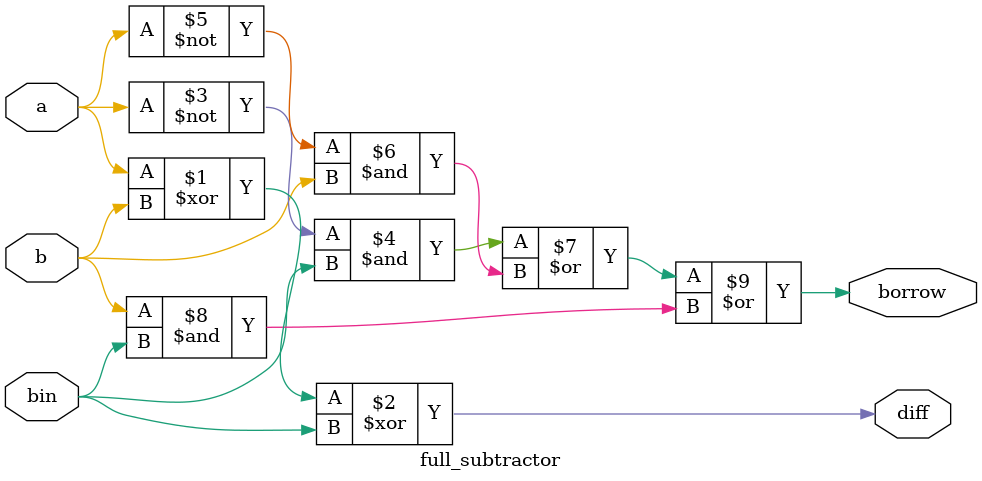
<source format=v>
module full_subtractor(a, b, bin, diff, borrow);
    input a, b, bin;
    output diff,borrow;
    assign diff =a ^ b ^ bin;
    assign borrow =(~a & bin)|(~a & b)|(b & bin);
endmodule

</source>
